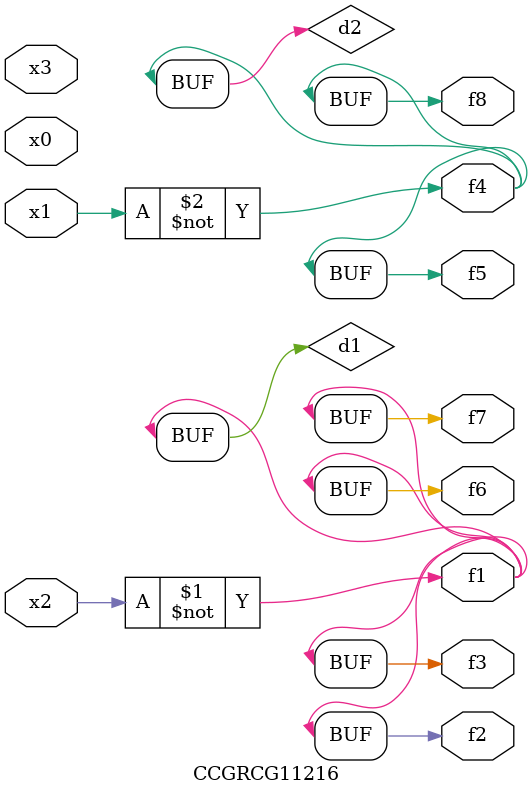
<source format=v>
module CCGRCG11216(
	input x0, x1, x2, x3,
	output f1, f2, f3, f4, f5, f6, f7, f8
);

	wire d1, d2;

	xnor (d1, x2);
	not (d2, x1);
	assign f1 = d1;
	assign f2 = d1;
	assign f3 = d1;
	assign f4 = d2;
	assign f5 = d2;
	assign f6 = d1;
	assign f7 = d1;
	assign f8 = d2;
endmodule

</source>
